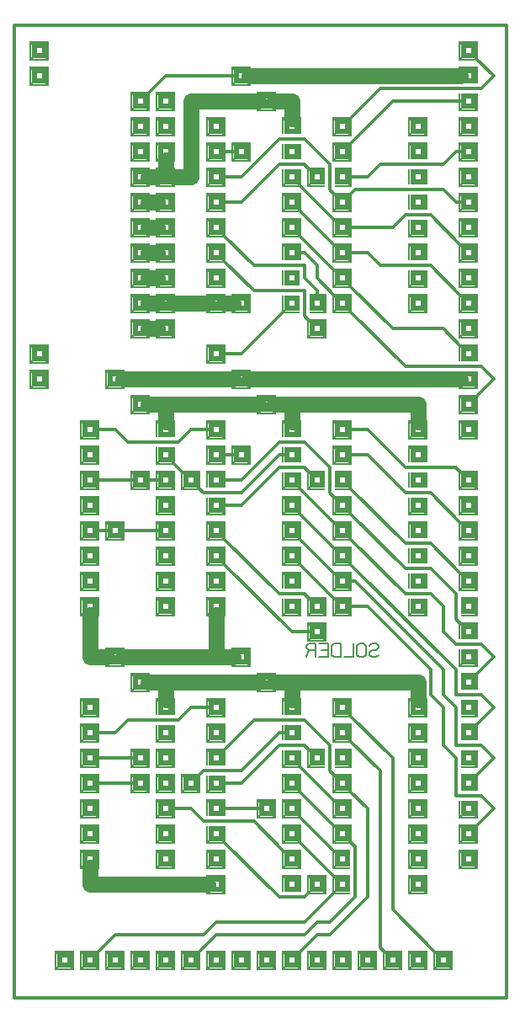
<source format=gbl>
%MOIN*%
%FSLAX23Y23*%
%ADD10C,.012*%
%ADD11C,.062*%
%ADD12C,.050X.024*%
%ADD13R,.062X.062X.024*%
%ADD14C,.016*%
%ADD15R,.008X.062*%
%ADD16R,.062X.008*%
%ADD17C,.008*%
%LPD*%
G90*X0Y0D02*D13*X200Y150D03*D14*X231Y181D03*      
Y119D03*X169Y181D03*Y119D03*D15*X235Y150D03*      
X165D03*D16*X200Y185D03*Y115D03*D13*X300Y150D03*  
D14*X331Y181D03*Y119D03*X269Y181D03*Y119D03*D15*  
X335Y150D03*X265D03*D16*X300Y185D03*Y115D03*      
X331Y181D02*D10*X400Y250D01*X750D01*X800Y300D01*  
X1150D01*X1269Y419D01*D13*X1300Y450D03*D14*       
X1269Y481D03*Y419D03*D15*X1265Y450D03*D16*        
X1300Y485D03*Y415D03*X1269Y481D02*D10*            
X1131Y619D01*D13*X1100Y650D03*D14*X1131Y681D03*   
Y619D03*X1069Y681D03*Y619D03*D15*X1135Y650D03*    
X1065D03*D16*X1100Y685D03*Y615D03*D13*            
X1000Y750D03*D14*X1031Y781D03*Y719D03*X969Y781D03*
Y719D03*D15*X1035Y750D03*X965D03*D16*X1000Y785D03*
Y715D03*X969Y750D02*D10*X831D01*D13*X800D03*D14*  
X831Y781D03*X769D03*D15*X835Y750D03*X765D03*D16*  
X800Y785D03*X750Y700D02*D10*X950D01*X1069Y581D01* 
D13*X1100Y550D03*D14*X1131Y581D03*Y519D03*        
X1069Y581D03*Y519D03*D15*X1135Y550D03*X1065D03*   
D16*X1100Y585D03*Y515D03*D13*X1200Y450D03*D14*    
X1231Y481D03*Y419D03*X1169Y481D03*Y419D03*D15*    
X1235Y450D03*X1165D03*D16*X1200Y485D03*Y415D03*   
X1169Y419D02*D10*X1150Y400D01*X1050D01*           
X831Y619D01*D13*X800Y650D03*D14*X831Y619D03*      
X769D03*D15*X835Y650D03*X765D03*D16*X800Y615D03*  
X750Y700D02*D10*X700Y750D01*X631D01*D13*X600D03*  
D14*X631Y781D03*Y719D03*X569Y781D03*Y719D03*D15*  
X635Y750D03*X565D03*D16*X600Y785D03*Y715D03*D13*  
X700Y850D03*D14*X731Y881D03*Y819D03*X669Y881D03*  
Y819D03*D15*X735Y850D03*X665D03*D16*X700Y885D03*  
Y815D03*X731Y881D02*D10*X750Y900D01*X900D01*      
X1050Y1050D01*X1069D01*D13*X1100D03*D15*X1135D03* 
X1065D03*X1150Y1000D02*D10*X1169Y981D01*D13*      
X1200Y950D03*D14*X1169Y981D03*Y919D03*D15*        
X1165Y950D03*D16*X1200Y985D03*Y915D03*            
X1250Y900D02*D10*X1269Y881D01*D13*X1300Y850D03*   
D14*X1331Y881D03*Y819D03*X1269Y881D03*Y819D03*D15*
X1335Y850D03*X1265D03*D16*X1300Y885D03*Y815D03*   
X1331Y819D02*D10*X1400Y750D01*Y400D01*            
X1250Y250D01*X1200D01*X1131Y181D01*D13*           
X1100Y150D03*D14*X1131Y181D03*Y119D03*            
X1069Y181D03*Y119D03*D15*X1135Y150D03*X1065D03*   
D16*X1100Y185D03*Y115D03*X1150Y250D02*D10*X800D01*
X731Y181D01*D13*X700Y150D03*D14*X731Y181D03*      
Y119D03*X669Y181D03*Y119D03*D15*X735Y150D03*      
X665D03*D16*X700Y185D03*Y115D03*D13*X800Y150D03*  
D14*X831Y181D03*Y119D03*X769Y181D03*Y119D03*D15*  
X835Y150D03*X765D03*D16*X800Y185D03*Y115D03*D13*  
X600Y150D03*D14*X631Y181D03*Y119D03*X569Y181D03*  
Y119D03*D15*X635Y150D03*X565D03*D16*X600Y185D03*  
Y115D03*D13*X900Y150D03*D14*X931Y181D03*Y119D03*  
X869Y181D03*Y119D03*D15*X935Y150D03*X865D03*D16*  
X900Y185D03*Y115D03*D13*X500Y150D03*D14*          
X531Y181D03*Y119D03*X469Y181D03*Y119D03*D15*      
X535Y150D03*X465D03*D16*X500Y185D03*Y115D03*D13*  
X800Y450D03*D14*X831Y481D03*Y419D03*X769Y481D03*  
Y419D03*D15*X835Y450D03*X765D03*D16*X800Y485D03*  
Y415D03*X769Y450D02*D11*X300D01*Y519D01*D13*      
Y550D03*D14*X331Y581D03*Y519D03*X269Y581D03*      
Y519D03*D15*X335Y550D03*X265D03*D16*X300Y585D03*  
Y515D03*D13*Y650D03*D14*X331Y681D03*Y619D03*      
X269Y681D03*Y619D03*D15*X335Y650D03*X265D03*D16*  
X300Y685D03*Y615D03*D13*Y750D03*D14*X331Y781D03*  
Y719D03*X269Y781D03*Y719D03*D15*X335Y750D03*      
X265D03*D16*X300Y785D03*Y715D03*D13*X600Y850D03*  
D14*X631Y881D03*Y819D03*X569Y881D03*Y819D03*D15*  
X635Y850D03*X565D03*D16*X600Y885D03*Y815D03*D13*  
X500Y850D03*D14*X531Y881D03*Y819D03*X469Y881D03*  
Y819D03*D15*X535Y850D03*X465D03*D16*X500Y885D03*  
Y815D03*X469Y850D02*D10*X331D01*D13*X300D03*D14*  
X331Y881D03*Y819D03*X269Y881D03*Y819D03*D15*      
X335Y850D03*X265D03*D16*X300Y885D03*Y815D03*D13*  
Y950D03*D14*X331Y981D03*Y919D03*X269Y981D03*      
Y919D03*D15*X335Y950D03*X265D03*D16*X300Y985D03*  
Y915D03*X331Y950D02*D10*X469D01*D13*X500D03*D14*  
X531Y981D03*Y919D03*X469Y981D03*Y919D03*D15*      
X535Y950D03*X465D03*D16*X500Y985D03*Y915D03*D13*  
X600Y1050D03*D14*X631Y1019D03*X569D03*D15*        
X635Y1050D03*X565D03*D16*X600Y1015D03*            
X400Y1050D02*D10*X331D01*D13*X300D03*D14*         
X331Y1081D03*Y1019D03*X269Y1081D03*Y1019D03*D15*  
X335Y1050D03*X265D03*D16*X300Y1085D03*Y1015D03*   
X400Y1050D02*D10*X450Y1100D01*X650D01*            
X700Y1150D01*X769D01*D13*X800D03*D14*X831Y1181D03*
Y1119D03*X769Y1181D03*Y1119D03*D15*X835Y1150D03*  
X765D03*D16*X800Y1185D03*Y1115D03*D13*Y1050D03*   
D14*X831Y1081D03*Y1019D03*X769Y1081D03*Y1019D03*  
D15*X835Y1050D03*X765D03*D16*X800Y1085D03*        
Y1015D03*X950Y1100D02*D10*X831Y981D01*D13*        
X800Y950D03*D14*X831Y981D03*X769D03*D15*          
X835Y950D03*X765D03*D16*X800Y985D03*X900Y850D02*  
D10*X831D01*D13*X800D03*D14*X831Y819D03*X769D03*  
D15*X835Y850D03*X765D03*D16*X800Y815D03*          
X900Y850D02*D10*X1050Y1000D01*X1150D01*D13*       
X1100Y950D03*D14*X1131Y919D03*X1069D03*D15*       
X1135Y950D03*X1065D03*D16*X1100Y915D03*           
X1131Y919D02*D10*X1269Y781D01*D13*X1300Y750D03*   
D14*X1331Y781D03*Y719D03*X1269Y781D03*Y719D03*D15*
X1335Y750D03*X1265D03*D16*X1300Y785D03*Y715D03*   
D13*Y650D03*D14*X1331Y681D03*Y619D03*X1269Y681D03*
Y619D03*D15*X1335Y650D03*X1265D03*D16*            
X1300Y685D03*Y615D03*X1331Y619D02*D10*            
X1350Y600D01*Y400D01*X1250Y300D01*X1200D01*       
X1150Y250D01*D13*X1200Y150D03*D14*X1231Y181D03*   
Y119D03*X1169Y181D03*Y119D03*D15*X1235Y150D03*    
X1165D03*D16*X1200Y185D03*Y115D03*D13*            
X1300Y150D03*D14*X1331Y181D03*Y119D03*            
X1269Y181D03*Y119D03*D15*X1335Y150D03*X1265D03*   
D16*X1300Y185D03*Y115D03*D13*X1000Y150D03*D14*    
X1031Y181D03*Y119D03*X969Y181D03*Y119D03*D15*     
X1035Y150D03*X965D03*D16*X1000Y185D03*Y115D03*D13*
X1100Y450D03*D14*X1131Y481D03*X1069D03*D15*       
X1135Y450D03*X1065D03*D16*X1100Y485D03*D13*       
X1400Y150D03*D14*X1431Y181D03*Y119D03*            
X1369Y181D03*Y119D03*D15*X1435Y150D03*X1365D03*   
D16*X1400Y185D03*Y115D03*D13*X1300Y550D03*D14*    
X1269Y581D03*Y519D03*D15*X1265Y550D03*D16*        
X1300Y585D03*Y515D03*X1269Y581D02*D10*            
X1131Y719D01*D13*X1100Y750D03*D14*X1131Y781D03*   
Y719D03*X1069Y781D03*Y719D03*D15*X1135Y750D03*    
X1065D03*D16*X1100Y785D03*Y715D03*D13*Y850D03*D14*
X1131Y881D03*Y819D03*X1069Y881D03*Y819D03*D15*    
X1135Y850D03*X1065D03*D16*X1100Y885D03*Y815D03*   
X1131Y819D02*D10*X1269Y681D01*X1450Y900D02*       
Y200D01*X1469Y181D01*D13*X1500Y150D03*D14*        
X1531Y181D03*Y119D03*X1469Y181D03*Y119D03*D15*    
X1535Y150D03*X1465D03*D16*X1500Y185D03*Y115D03*   
D13*X1600Y150D03*D14*X1631Y181D03*Y119D03*        
X1569Y181D03*Y119D03*D15*X1635Y150D03*X1565D03*   
D16*X1600Y185D03*Y115D03*D13*X1700Y150D03*D14*    
X1731Y181D03*Y119D03*X1669Y181D03*Y119D03*D15*    
X1735Y150D03*X1665D03*D16*X1700Y185D03*Y115D03*   
X1669Y181D02*D10*X1500Y350D01*Y950D01*            
X1331Y1119D01*D13*X1300Y1150D03*D14*X1331Y1181D03*
Y1119D03*X1269Y1181D03*Y1119D03*D15*X1335Y1150D03*
X1265D03*D16*X1300Y1185D03*Y1115D03*D13*Y1050D03* 
D14*X1331Y1081D03*Y1019D03*X1269Y1081D03*Y1019D03*
D15*X1335Y1050D03*X1265D03*D16*X1300Y1085D03*     
Y1015D03*X1331Y1019D02*D10*X1450Y900D01*D13*      
X1600Y750D03*D14*X1631Y781D03*Y719D03*            
X1569Y781D03*Y719D03*D15*X1635Y750D03*X1565D03*   
D16*X1600Y785D03*Y715D03*D13*Y1050D03*D14*        
X1631Y1081D03*Y1019D03*X1569Y1081D03*Y1019D03*D15*
X1635Y1050D03*X1565D03*D16*X1600Y1085D03*Y1015D03*
D13*Y850D03*D14*X1631Y881D03*Y819D03*X1569Y881D03*
Y819D03*D15*X1635Y850D03*X1565D03*D16*            
X1600Y885D03*Y815D03*D13*X1300Y950D03*D14*        
X1331Y981D03*Y919D03*D15*X1335Y950D03*D16*        
X1300Y985D03*Y915D03*D13*X1600Y950D03*D14*        
X1631Y981D03*Y919D03*X1569Y981D03*Y919D03*D15*    
X1635Y950D03*X1565D03*D16*X1600Y985D03*Y915D03*   
X1250Y1000D02*D10*Y900D01*Y1000D02*X1150Y1100D01* 
X950D01*X1100Y1250D02*D11*Y1181D01*D13*Y1150D03*  
D14*X1131Y1181D03*X1069D03*D15*X1135Y1150D03*     
X1065D03*D16*X1100Y1185D03*D13*X1000Y1250D03*D14* 
X1031Y1281D03*Y1219D03*X969Y1281D03*Y1219D03*D15* 
X1035Y1250D03*X965D03*D16*X1000Y1285D03*Y1215D03* 
X969Y1250D02*D11*X600D01*Y1181D01*D13*Y1150D03*   
D14*X631Y1181D03*X569D03*D15*X635Y1150D03*X565D03*
D16*X600Y1185D03*D13*X500Y1250D03*D14*            
X531Y1281D03*Y1219D03*X469Y1281D03*Y1219D03*D15*  
X535Y1250D03*X465D03*D16*X500Y1285D03*Y1215D03*   
X531Y1250D02*D11*X600D01*D13*X400Y1350D03*D14*    
X431Y1381D03*Y1319D03*X369Y1381D03*Y1319D03*D15*  
X435Y1350D03*X365D03*D16*X400Y1385D03*Y1315D03*   
X369Y1350D02*D11*X300D01*Y1519D01*D13*Y1550D03*   
D14*X331Y1581D03*Y1519D03*X269Y1581D03*Y1519D03*  
D15*X335Y1550D03*X265D03*D16*X300Y1585D03*        
Y1515D03*D13*Y1650D03*D14*X331Y1681D03*Y1619D03*  
X269Y1681D03*Y1619D03*D15*X335Y1650D03*X265D03*   
D16*X300Y1685D03*Y1615D03*D13*Y1750D03*D14*       
X331Y1781D03*Y1719D03*X269Y1781D03*Y1719D03*D15*  
X335Y1750D03*X265D03*D16*X300Y1785D03*Y1715D03*   
X431Y1350D02*D11*X800D01*X869D01*D13*X900D03*D14* 
X931Y1381D03*Y1319D03*X869Y1381D03*Y1319D03*D15*  
X935Y1350D03*X865D03*D16*X900Y1385D03*Y1315D03*   
X1031Y1250D02*D11*X1100D01*X1600D01*Y1181D01*D13* 
Y1150D03*D14*X1631Y1181D03*Y1119D03*X1569Y1181D03*
Y1119D03*D15*X1635Y1150D03*X1565D03*D16*          
X1600Y1185D03*Y1115D03*X1650Y1200D02*D10*         
X1700Y1150D01*Y1000D01*X1750Y950D01*Y800D01*      
X1850D01*X1900Y750D01*X1831Y681D01*D13*           
X1800Y650D03*D14*X1831Y681D03*Y619D03*            
X1769Y681D03*Y619D03*D15*X1835Y650D03*X1765D03*   
D16*X1800Y685D03*Y615D03*D13*Y750D03*D14*         
X1831Y719D03*X1769D03*D15*X1835Y750D03*X1765D03*  
D16*X1800Y715D03*D13*Y550D03*D14*X1831Y581D03*    
Y519D03*X1769Y581D03*Y519D03*D15*X1835Y550D03*    
X1765D03*D16*X1800Y585D03*Y515D03*D13*            
X1600Y450D03*D14*X1631Y481D03*Y419D03*            
X1569Y481D03*Y419D03*D15*X1635Y450D03*X1565D03*   
D16*X1600Y485D03*Y415D03*D13*X1800Y850D03*D14*    
X1831Y881D03*D15*X1835Y850D03*D16*X1800Y885D03*   
X1831Y881D02*D10*X1900Y950D01*X1850Y1000D01*      
X1750D01*Y1150D01*X1700Y1200D01*Y1300D01*         
X1350Y1650D01*X1331D01*D13*X1300D03*D14*          
X1331Y1681D03*Y1619D03*X1269Y1681D03*Y1619D03*D15*
X1335Y1650D03*X1265D03*D16*X1300Y1685D03*Y1615D03*
X1269Y1681D02*D10*X1131Y1819D01*D13*X1100Y1850D03*
D14*X1131Y1881D03*Y1819D03*X1069Y1881D03*Y1819D03*
D15*X1135Y1850D03*X1065D03*D16*X1100Y1885D03*     
Y1815D03*D13*Y1950D03*D14*X1131Y1981D03*Y1919D03* 
X1069Y1981D03*Y1919D03*D15*X1135Y1950D03*X1065D03*
D16*X1100Y1985D03*Y1915D03*X1131Y1919D02*D10*     
X1269Y1781D01*D13*X1300Y1750D03*D14*X1331Y1781D03*
Y1719D03*X1269Y1781D03*Y1719D03*D15*X1335Y1750D03*
X1265D03*D16*X1300Y1785D03*Y1715D03*X1331Y1719D02*
D10*X1750Y1300D01*Y1200D01*X1850D01*X1900Y1150D01*
X1831Y1081D01*D13*X1800Y1050D03*D14*X1831Y1081D03*
D15*X1835Y1050D03*D16*X1800Y1085D03*D13*Y1150D03* 
D14*X1831Y1119D03*D15*X1835Y1150D03*D16*          
X1800Y1115D03*D13*Y950D03*D14*X1831Y919D03*D15*   
X1835Y950D03*D16*X1800Y915D03*X1650Y1200D02*D10*  
Y1300D01*X1400Y1550D01*X1331D01*D13*X1300D03*D14* 
X1331Y1581D03*Y1519D03*X1269Y1581D03*Y1519D03*D15*
X1335Y1550D03*X1265D03*D16*X1300Y1585D03*Y1515D03*
X1269Y1581D02*D10*X1131Y1719D01*D13*X1100Y1750D03*
D14*X1131Y1781D03*Y1719D03*X1069Y1781D03*Y1719D03*
D15*X1135Y1750D03*X1065D03*D16*X1100Y1785D03*     
Y1715D03*D13*Y1650D03*D14*X1131Y1681D03*X1069D03* 
D15*X1135Y1650D03*X1065D03*D16*X1100Y1685D03*     
X1050Y1600D02*D10*X1150D01*X1169Y1581D01*D13*     
X1200Y1550D03*D14*X1231Y1581D03*Y1519D03*         
X1169Y1581D03*Y1519D03*D15*X1235Y1550D03*X1165D03*
D16*X1200Y1585D03*Y1515D03*X1100Y1450D02*D10*     
X1169D01*D13*X1200D03*D14*X1231Y1481D03*Y1419D03* 
X1169Y1481D03*Y1419D03*D15*X1235Y1450D03*X1165D03*
D16*X1200Y1485D03*Y1415D03*D13*X1100Y1550D03*D14* 
X1131Y1519D03*X1069D03*D15*X1135Y1550D03*X1065D03*
D16*X1100Y1515D03*X1409Y1395D02*D17*X1418Y1404D01*
X1436D01*X1445Y1395D01*Y1386D01*X1436Y1377D01*    
X1418D01*X1409Y1368D01*Y1359D01*X1418Y1350D01*    
X1436D01*X1445Y1359D01*X1359D02*X1368Y1350D01*    
X1386D01*X1395Y1359D01*Y1395D01*X1386Y1404D01*    
X1368D01*X1359Y1395D01*Y1359D01*X1345Y1404D02*    
Y1350D01*X1309D01*X1295D02*Y1404D01*X1268D01*     
X1259Y1395D01*Y1359D01*X1268Y1350D01*X1295D01*    
X1209D02*X1245D01*Y1404D01*X1209D01*X1245Y1377D02*
X1218D01*X1195Y1350D02*Y1404D01*X1168D01*         
X1159Y1395D01*Y1386D01*X1168Y1377D01*X1195D01*    
X1168D02*X1159Y1350D01*X1100Y1450D02*D10*         
X831Y1719D01*D13*X800Y1750D03*D14*X831Y1781D03*   
Y1719D03*X769Y1781D03*Y1719D03*D15*X835Y1750D03*  
X765D03*D16*X800Y1785D03*Y1715D03*D13*Y1850D03*   
D14*X831Y1881D03*Y1819D03*X769Y1881D03*Y1819D03*  
D15*X835Y1850D03*X765D03*D16*X800Y1885D03*        
Y1815D03*X831Y1819D02*D10*X1050Y1600D01*D13*      
X1300Y1850D03*D14*X1331Y1881D03*Y1819D03*         
X1269Y1881D03*Y1819D03*D15*X1335Y1850D03*X1265D03*
D16*X1300Y1885D03*Y1815D03*X1331Y1819D02*D10*     
X1550Y1600D01*X1650D01*X1700Y1550D01*Y1450D01*    
X1750Y1400D01*X1850D01*X1900Y1350D01*             
X1831Y1281D01*D13*X1800Y1250D03*D14*X1831Y1281D03*
D15*X1835Y1250D03*D16*X1800Y1285D03*D13*Y1350D03* 
D14*X1831Y1319D03*X1769D03*D15*X1835Y1350D03*     
X1765D03*D16*X1800Y1315D03*D13*Y1450D03*D14*      
X1831Y1481D03*X1769D03*D15*X1835Y1450D03*X1765D03*
D16*X1800Y1485D03*X1769Y1481D02*D10*X1750Y1500D01*
Y1600D01*X1650Y1700D01*X1550D01*X1331Y1919D01*D13*
X1300Y1950D03*D14*X1331Y1981D03*Y1919D03*         
X1269Y1981D03*Y1919D03*D15*X1335Y1950D03*X1265D03*
D16*X1300Y1985D03*Y1915D03*X1269Y1981D02*D10*     
X1250Y2000D01*Y2100D01*X1150Y2200D01*X1050D01*    
X900Y2050D01*X831D01*D13*X800D03*D14*X831Y2081D03*
X769D03*D15*X835Y2050D03*X765D03*D16*X800Y2085D03*
X750Y2000D02*D10*X900D01*X1050Y2150D01*X1069D01*  
D13*X1100D03*D15*X1135D03*X1065D03*X1150Y2100D02* 
D10*X1169Y2081D01*D13*X1200Y2050D03*D14*          
X1169Y2081D03*Y2019D03*D15*X1165Y2050D03*D16*     
X1200Y2085D03*Y2015D03*X1150Y2100D02*D10*X1050D01*
X900Y1950D01*X831D01*D13*X800D03*D14*X831Y1919D03*
X769D03*D15*X835Y1950D03*X765D03*D16*X800Y1915D03*
X750Y2000D02*D10*X731Y2019D01*D13*X700Y2050D03*   
D14*X731Y2081D03*Y2019D03*X669Y2081D03*Y2019D03*  
D15*X735Y2050D03*X665D03*D16*X700Y2085D03*        
Y2015D03*X669Y2081D02*D10*X631Y2119D01*D13*       
X600Y2150D03*D14*X631Y2119D03*X569D03*D15*        
X635Y2150D03*X565D03*D16*X600Y2115D03*            
X650Y2200D02*D10*X450D01*X400Y2250D01*X331D01*D13*
X300D03*D14*X331Y2281D03*Y2219D03*X269Y2281D03*   
Y2219D03*D15*X335Y2250D03*X265D03*D16*            
X300Y2285D03*Y2215D03*D13*Y2150D03*D14*           
X331Y2181D03*Y2119D03*X269Y2181D03*Y2119D03*D15*  
X335Y2150D03*X265D03*D16*X300Y2185D03*Y2115D03*   
D13*X500Y2050D03*D14*X531Y2081D03*Y2019D03*       
X469Y2081D03*Y2019D03*D15*X535Y2050D03*X465D03*   
D16*X500Y2085D03*Y2015D03*X469Y2050D02*D10*       
X331D01*D13*X300D03*D14*X331Y2081D03*Y2019D03*    
X269Y2081D03*Y2019D03*D15*X335Y2050D03*X265D03*   
D16*X300Y2085D03*Y2015D03*D13*Y1950D03*D14*       
X331Y1981D03*Y1919D03*X269Y1981D03*Y1919D03*D15*  
X335Y1950D03*X265D03*D16*X300Y1985D03*Y1915D03*   
X531Y2050D02*D10*X569D01*D13*X600D03*D14*         
X631Y2081D03*Y2019D03*X569Y2081D03*Y2019D03*D15*  
X635Y2050D03*X565D03*D16*X600Y2085D03*Y2015D03*   
D13*Y1950D03*D14*X631Y1981D03*Y1919D03*           
X569Y1981D03*Y1919D03*D15*X635Y1950D03*X565D03*   
D16*X600Y1985D03*Y1915D03*X650Y2200D02*D10*       
X700Y2250D01*X769D01*D13*X800D03*D14*X831Y2281D03*
Y2219D03*X769Y2281D03*Y2219D03*D15*X835Y2250D03*  
X765D03*D16*X800Y2285D03*Y2215D03*D13*            
X900Y2150D03*D14*X931Y2181D03*Y2119D03*           
X869Y2181D03*Y2119D03*D15*X935Y2150D03*X865D03*   
D16*X900Y2185D03*Y2115D03*X869Y2150D02*D10*       
X831D01*D13*X800D03*D14*X831Y2181D03*Y2119D03*    
X769Y2181D03*Y2119D03*D15*X835Y2150D03*X765D03*   
D16*X800Y2185D03*Y2115D03*D13*X1000Y2350D03*D14*  
X1031Y2381D03*Y2319D03*X969Y2381D03*Y2319D03*D15* 
X1035Y2350D03*X965D03*D16*X1000Y2385D03*Y2315D03* 
X969Y2350D02*D11*X600D01*Y2281D01*D13*Y2250D03*   
D14*X631Y2281D03*X569D03*D15*X635Y2250D03*X565D03*
D16*X600Y2285D03*D13*X500Y2350D03*D14*            
X531Y2381D03*Y2319D03*X469Y2381D03*Y2319D03*D15*  
X535Y2350D03*X465D03*D16*X500Y2385D03*Y2315D03*   
X531Y2350D02*D11*X600D01*D13*X800Y2550D03*D14*    
X831Y2581D03*Y2519D03*X769Y2581D03*Y2519D03*D15*  
X835Y2550D03*X765D03*D16*X800Y2585D03*Y2515D03*   
X831Y2550D02*D10*X900D01*X1069Y2719D01*D13*       
X1100Y2750D03*D14*X1069Y2719D03*D15*X1065Y2750D03*
D16*X1100Y2715D03*X1150Y2700D02*D10*X1169Y2681D01*
D13*X1200Y2650D03*D14*X1231Y2681D03*Y2619D03*     
X1169Y2681D03*Y2619D03*D15*X1235Y2650D03*X1165D03*
D16*X1200Y2685D03*Y2615D03*X1150Y2700D02*D10*     
Y2800D01*X950D01*X831Y2919D01*D13*X800Y2950D03*   
D14*X831Y2981D03*Y2919D03*X769Y2981D03*Y2919D03*  
D15*X835Y2950D03*X765D03*D16*X800Y2985D03*        
Y2915D03*D13*Y3050D03*D14*X831Y3081D03*Y3019D03*  
X769Y3081D03*Y3019D03*D15*X835Y3050D03*X765D03*   
D16*X800Y3085D03*Y3015D03*X831Y3019D02*D10*       
X950Y2900D01*X1150D01*Y2850D01*X1200Y2800D01*     
Y2781D01*D13*Y2750D03*D14*X1231Y2781D03*Y2719D03* 
D15*X1235Y2750D03*D16*X1200Y2785D03*Y2715D03*D13* 
X1300Y2850D03*D14*X1331Y2881D03*Y2819D03*         
X1269Y2881D03*Y2819D03*D15*X1335Y2850D03*X1265D03*
D16*X1300Y2885D03*Y2815D03*X1331Y2819D02*D10*     
X1500Y2650D01*X1700D01*X1769Y2581D01*D13*         
X1800Y2550D03*D14*X1831Y2581D03*X1769D03*D15*     
X1835Y2550D03*X1765D03*D16*X1800Y2585D03*         
X1850Y2500D02*D10*X1900Y2450D01*X1831Y2381D01*D13*
X1800Y2350D03*D14*X1831Y2381D03*Y2319D03*         
X1769Y2381D03*Y2319D03*D15*X1835Y2350D03*X1765D03*
D16*X1800Y2385D03*Y2315D03*D13*Y2450D03*D14*      
X1831Y2419D03*X1769D03*D15*X1835Y2450D03*X1765D03*
D16*X1800Y2415D03*X1769Y2450D02*D11*X931D01*D13*  
X900D03*D14*X931Y2481D03*Y2419D03*X869Y2481D03*   
Y2419D03*D15*X935Y2450D03*X865D03*D16*            
X900Y2485D03*Y2415D03*X869Y2450D02*D11*X431D01*   
D13*X400D03*D14*X431Y2481D03*Y2419D03*            
X369Y2481D03*Y2419D03*D15*X435Y2450D03*X365D03*   
D16*X400Y2485D03*Y2415D03*D13*X600Y2650D03*D14*   
X631Y2681D03*Y2619D03*X569Y2681D03*Y2619D03*D15*  
X635Y2650D03*X565D03*D16*X600Y2685D03*Y2615D03*   
X569Y2650D02*D11*X531D01*D13*X500D03*D14*         
X531Y2681D03*Y2619D03*X469Y2681D03*Y2619D03*D15*  
X535Y2650D03*X465D03*D16*X500Y2685D03*Y2615D03*   
D13*X600Y2750D03*D14*X631Y2781D03*Y2719D03*       
X569Y2781D03*Y2719D03*D15*X635Y2750D03*X565D03*   
D16*X600Y2785D03*Y2715D03*X569Y2750D02*D11*       
X531D01*D13*X500D03*D14*X531Y2781D03*Y2719D03*    
X469Y2781D03*Y2719D03*D15*X535Y2750D03*X465D03*   
D16*X500Y2785D03*Y2715D03*D13*X600Y2850D03*D14*   
X631Y2881D03*Y2819D03*X569Y2881D03*Y2819D03*D15*  
X635Y2850D03*X565D03*D16*X600Y2885D03*Y2815D03*   
X569Y2850D02*D11*X531D01*D13*X500D03*D14*         
X531Y2881D03*Y2819D03*X469Y2881D03*Y2819D03*D15*  
X535Y2850D03*X465D03*D16*X500Y2885D03*Y2815D03*   
X631Y2750D02*D11*X769D01*D13*X800D03*D14*         
X831Y2781D03*Y2719D03*X769Y2781D03*Y2719D03*D15*  
X835Y2750D03*X765D03*D16*X800Y2785D03*Y2715D03*   
X831Y2750D02*D11*X869D01*D13*X900D03*D14*         
X931Y2781D03*Y2719D03*X869Y2781D03*Y2719D03*D15*  
X935Y2750D03*X865D03*D16*X900Y2785D03*Y2715D03*   
D13*X800Y2850D03*D14*X831Y2881D03*Y2819D03*       
X769Y2881D03*Y2819D03*D15*X835Y2850D03*X765D03*   
D16*X800Y2885D03*Y2815D03*D13*X1100Y2950D03*D14*  
X1131Y2981D03*X1069D03*D15*X1135Y2950D03*X1065D03*
D16*X1100Y2985D03*X1131Y2950D02*D10*X1150D01*     
X1200Y2900D01*Y2850D01*X1269Y2781D01*D13*         
X1300Y2750D03*D14*X1331Y2781D03*Y2719D03*         
X1269Y2781D03*Y2719D03*D15*X1335Y2750D03*X1265D03*
D16*X1300Y2785D03*Y2715D03*X1331Y2719D02*D10*     
X1550Y2500D01*X1850D01*D13*X1800Y2650D03*D14*     
X1831Y2681D03*Y2619D03*X1769Y2681D03*Y2619D03*D15*
X1835Y2650D03*X1765D03*D16*X1800Y2685D03*Y2615D03*
D13*X1600Y2750D03*D14*X1631Y2781D03*Y2719D03*     
X1569Y2781D03*Y2719D03*D15*X1635Y2750D03*X1565D03*
D16*X1600Y2785D03*Y2715D03*D13*Y2250D03*D14*      
X1631Y2281D03*Y2219D03*X1569Y2281D03*Y2219D03*D15*
X1635Y2250D03*X1565D03*D16*X1600Y2285D03*Y2215D03*
Y2281D02*D11*Y2350D01*X1100D01*Y2281D01*D13*      
Y2250D03*D14*X1131Y2281D03*X1069D03*D15*          
X1135Y2250D03*X1065D03*D16*X1100Y2285D03*         
X1031Y2350D02*D11*X1100D01*D13*X1300Y2150D03*D14* 
X1331Y2181D03*Y2119D03*X1269Y2181D03*Y2119D03*D15*
X1335Y2150D03*X1265D03*D16*X1300Y2185D03*Y2115D03*
X1331Y2150D02*D10*X1400D01*X1550Y2000D01*X1650D01*
X1769Y1881D01*D13*X1800Y1850D03*D14*X1831Y1881D03*
Y1819D03*X1769Y1881D03*Y1819D03*D15*X1835Y1850D03*
X1765D03*D16*X1800Y1885D03*Y1815D03*D13*Y1950D03* 
D14*X1831Y1981D03*Y1919D03*X1769Y1981D03*Y1919D03*
D15*X1835Y1950D03*X1765D03*D16*X1800Y1985D03*     
Y1915D03*D13*Y1750D03*D14*X1831Y1781D03*Y1719D03* 
X1769Y1781D03*Y1719D03*D15*X1835Y1750D03*X1765D03*
D16*X1800Y1785D03*Y1715D03*X1650Y1800D02*D10*     
X1769Y1681D01*D13*X1800Y1650D03*D14*X1831Y1681D03*
Y1619D03*X1769Y1681D03*Y1619D03*D15*X1835Y1650D03*
X1765D03*D16*X1800Y1685D03*Y1615D03*D13*Y1550D03* 
D14*X1831Y1581D03*Y1519D03*D15*X1835Y1550D03*D16* 
X1800Y1585D03*Y1515D03*X1650Y1800D02*D10*X1550D01*
X1331Y2019D01*D13*X1300Y2050D03*D14*X1331Y2081D03*
Y2019D03*D15*X1335Y2050D03*D16*X1300Y2085D03*     
Y2015D03*X1400Y2250D02*D10*X1550Y2100D01*X1750D01*
X1769Y2081D01*D13*X1800Y2050D03*D14*X1831Y2081D03*
Y2019D03*X1769Y2081D03*Y2019D03*D15*X1835Y2050D03*
X1765D03*D16*X1800Y2085D03*Y2015D03*D13*          
X1600Y1850D03*D14*X1631Y1881D03*X1569D03*D15*     
X1635Y1850D03*X1565D03*D16*X1600Y1885D03*D13*     
Y2150D03*D14*X1631Y2181D03*X1569D03*D15*          
X1635Y2150D03*X1565D03*D16*X1600Y2185D03*D13*     
X1800Y2250D03*D14*X1831Y2281D03*Y2219D03*         
X1769Y2281D03*Y2219D03*D15*X1835Y2250D03*X1765D03*
D16*X1800Y2285D03*Y2215D03*D13*X1600Y2050D03*D15* 
X1635D03*X1565D03*D13*X1600Y1950D03*D14*          
X1631Y1919D03*X1569D03*D15*X1635Y1950D03*X1565D03*
D16*X1600Y1915D03*D13*Y1750D03*D15*X1635D03*      
X1565D03*X1400Y2250D02*D10*X1331D01*D13*X1300D03* 
D14*X1331Y2281D03*Y2219D03*X1269Y2281D03*Y2219D03*
D15*X1335Y2250D03*X1265D03*D16*X1300Y2285D03*     
Y2215D03*D13*X1100Y2050D03*D14*X1131Y2019D03*     
X1069D03*D15*X1135Y2050D03*X1065D03*D16*          
X1100Y2015D03*X1131Y2019D02*D10*X1269Y1881D01*D13*
X1600Y1550D03*D14*X1631Y1519D03*X1569D03*D15*     
X1635Y1550D03*X1565D03*D16*X1600Y1515D03*D13*     
Y1650D03*D15*X1635D03*X1565D03*X800Y1350D02*D11*  
Y1519D01*D13*Y1550D03*D14*X831Y1581D03*Y1519D03*  
X769Y1581D03*Y1519D03*D15*X835Y1550D03*X765D03*   
D16*X800Y1585D03*Y1515D03*D13*Y1650D03*D14*       
X831Y1681D03*Y1619D03*X769Y1681D03*Y1619D03*D15*  
X835Y1650D03*X765D03*D16*X800Y1685D03*Y1615D03*   
D13*X600Y1750D03*D14*X631Y1781D03*Y1719D03*       
X569Y1781D03*Y1719D03*D15*X635Y1750D03*X565D03*   
D16*X600Y1785D03*Y1715D03*D13*Y1650D03*D14*       
X631Y1681D03*Y1619D03*X569Y1681D03*Y1619D03*D15*  
X635Y1650D03*X565D03*D16*X600Y1685D03*Y1615D03*   
D13*Y1550D03*D14*X631Y1581D03*Y1519D03*           
X569Y1581D03*Y1519D03*D15*X635Y1550D03*X565D03*   
D16*X600Y1585D03*Y1515D03*D13*Y1850D03*D14*       
X631Y1881D03*Y1819D03*X569Y1881D03*Y1819D03*D15*  
X635Y1850D03*X565D03*D16*X600Y1885D03*Y1815D03*   
X569Y1850D02*D10*X431D01*D13*X400D03*D14*         
X431Y1881D03*Y1819D03*X369Y1881D03*Y1819D03*D15*  
X435Y1850D03*X365D03*D16*X400Y1885D03*Y1815D03*   
X369Y1850D02*D10*X331D01*D13*X300D03*D14*         
X331Y1881D03*Y1819D03*X269Y1881D03*Y1819D03*D15*  
X335Y1850D03*X265D03*D16*X300Y1885D03*Y1815D03*   
D13*X100Y2450D03*D14*X131Y2481D03*Y2419D03*       
X69Y2481D03*Y2419D03*D15*X135Y2450D03*X65D03*D16* 
X100Y2485D03*Y2415D03*D13*X300Y1150D03*D14*       
X331Y1181D03*Y1119D03*X269Y1181D03*Y1119D03*D15*  
X335Y1150D03*X265D03*D16*X300Y1185D03*Y1115D03*   
D13*X100Y2550D03*D14*X131Y2581D03*Y2519D03*       
X69Y2581D03*Y2519D03*D15*X135Y2550D03*X65D03*D16* 
X100Y2585D03*Y2515D03*X1409Y1395D02*D17*          
X1418Y1404D01*X1436D01*X1445Y1395D01*Y1386D01*    
X1436Y1377D01*X1418D01*X1409Y1368D01*Y1359D01*    
X1418Y1350D01*X1436D01*X1445Y1359D01*X1359D02*    
X1368Y1350D01*X1386D01*X1395Y1359D01*Y1395D01*    
X1386Y1404D01*X1368D01*X1359Y1395D01*Y1359D01*    
X1345Y1404D02*Y1350D01*X1309D01*X1295D02*Y1404D01*
X1268D01*X1259Y1395D01*Y1359D01*X1268Y1350D01*    
X1295D01*X1209D02*X1245D01*Y1404D01*X1209D01*     
X1245Y1377D02*X1218D01*X1195Y1350D02*Y1404D01*    
X1168D01*X1159Y1395D01*Y1386D01*X1168Y1377D01*    
X1195D01*X1168D02*X1159Y1350D01*D13*X600Y950D03*  
D14*X631Y981D03*Y919D03*X569Y981D03*Y919D03*D15*  
X635Y950D03*X565D03*D16*X600Y985D03*Y915D03*      
X1269Y2881D02*D10*X1131Y3019D01*D13*X1100Y3050D03*
D14*X1131Y3081D03*Y3019D03*X1069Y3081D03*Y3019D03*
D15*X1135Y3050D03*X1065D03*D16*X1100Y3085D03*     
Y3015D03*D13*Y3150D03*D14*X1131Y3181D03*Y3119D03* 
X1069Y3181D03*Y3119D03*D15*X1135Y3150D03*X1065D03*
D16*X1100Y3185D03*Y3115D03*X1131Y3119D02*D10*     
X1269Y2981D01*D13*X1300Y2950D03*D14*X1331Y2981D03*
Y2919D03*X1269Y2981D03*Y2919D03*D15*X1335Y2950D03*
X1265D03*D16*X1300Y2985D03*Y2915D03*X1331Y2950D02*
D10*X1400D01*X1450Y2900D01*X1650D01*X1769Y2781D01*
D13*X1800Y2750D03*D14*X1831Y2781D03*Y2719D03*     
X1769Y2781D03*Y2719D03*D15*X1835Y2750D03*X1765D03*
D16*X1800Y2785D03*Y2715D03*D13*Y2850D03*D14*      
X1831Y2881D03*Y2819D03*X1769Y2881D03*Y2819D03*D15*
X1835Y2850D03*X1765D03*D16*X1800Y2885D03*Y2815D03*
D13*X1600Y2950D03*D14*X1631Y2981D03*X1569D03*D15* 
X1635Y2950D03*X1565D03*D16*X1600Y2985D03*D13*     
Y2850D03*D14*X1631Y2819D03*X1569D03*D15*          
X1635Y2850D03*X1565D03*D16*X1600Y2815D03*D13*     
X1800Y2950D03*D14*X1831Y2981D03*Y2919D03*         
X1769Y2981D03*Y2919D03*D15*X1835Y2950D03*X1765D03*
D16*X1800Y2985D03*Y2915D03*X1769Y2981D02*D10*     
X1650Y3100D01*X1550D01*X1500Y3050D01*X1331D01*D13*
X1300D03*D14*X1331Y3081D03*Y3019D03*X1269Y3081D03*
Y3019D03*D15*X1335Y3050D03*X1265D03*D16*          
X1300Y3085D03*Y3015D03*X1269Y3081D02*D10*         
X1131Y3219D01*D13*X1100Y3250D03*D14*X1131Y3219D03*
X1069D03*D15*X1135Y3250D03*X1065D03*D16*          
X1100Y3215D03*X1150Y3300D02*D10*X1169Y3281D01*D13*
X1200Y3250D03*D14*X1169Y3281D03*Y3219D03*D15*     
X1165Y3250D03*D16*X1200Y3285D03*Y3215D03*         
X1250Y3200D02*D10*X1269Y3181D01*D13*X1300Y3150D03*
D14*X1331Y3181D03*Y3119D03*X1269Y3181D03*Y3119D03*
D15*X1335Y3150D03*X1265D03*D16*X1300Y3185D03*     
Y3115D03*X1331Y3181D02*D10*X1350Y3200D01*X1700D01*
X1750Y3150D01*X1769D01*D13*X1800D03*D14*          
X1831Y3181D03*Y3119D03*X1769Y3181D03*Y3119D03*D15*
X1835Y3150D03*X1765D03*D16*X1800Y3185D03*Y3115D03*
D13*Y3250D03*D14*X1831Y3281D03*Y3219D03*          
X1769Y3281D03*Y3219D03*D15*X1835Y3250D03*X1765D03*
D16*X1800Y3285D03*Y3215D03*D13*Y3050D03*D14*      
X1831Y3081D03*Y3019D03*X1769Y3081D03*Y3019D03*D15*
X1835Y3050D03*X1765D03*D16*X1800Y3085D03*Y3015D03*
X1700Y3300D02*D10*X1450D01*X1400Y3250D01*X1331D01*
D13*X1300D03*D14*X1331Y3281D03*Y3219D03*D15*      
X1335Y3250D03*D16*X1300Y3285D03*Y3215D03*         
X1250Y3300D02*D10*Y3200D01*X1150Y3300D02*X1050D01*
X900Y3150D01*X831D01*D13*X800D03*D14*X831Y3181D03*
Y3119D03*X769Y3181D03*Y3119D03*D15*X835Y3150D03*  
X765D03*D16*X800Y3185D03*Y3115D03*X900Y3250D02*   
D10*X831D01*D13*X800D03*D14*X831Y3281D03*Y3219D03*
X769Y3281D03*Y3219D03*D15*X835Y3250D03*X765D03*   
D16*X800Y3285D03*Y3215D03*D13*X900Y3350D03*D14*   
X931Y3381D03*Y3319D03*X869Y3381D03*Y3319D03*D15*  
X935Y3350D03*X865D03*D16*X900Y3385D03*Y3315D03*   
X869Y3350D02*D10*X831D01*D13*X800D03*D14*         
X831Y3381D03*Y3319D03*X769Y3381D03*Y3319D03*D15*  
X835Y3350D03*X765D03*D16*X800Y3385D03*Y3315D03*   
X900Y3250D02*D10*X1050Y3400D01*X1150D01*          
X1250Y3300D01*D13*X1300Y3350D03*D14*X1331Y3381D03*
Y3319D03*X1269Y3381D03*Y3319D03*D15*X1335Y3350D03*
X1265D03*D16*X1300Y3385D03*Y3315D03*X1331Y3381D02*
D10*X1500Y3550D01*X1769D01*D13*X1800D03*D14*      
X1831Y3519D03*X1769D03*D15*X1835Y3550D03*X1765D03*
D16*X1800Y3515D03*X1850Y3600D02*D10*X1450D01*     
X1331Y3481D01*D13*X1300Y3450D03*D14*X1331Y3481D03*
Y3419D03*X1269Y3481D03*Y3419D03*D15*X1335Y3450D03*
X1265D03*D16*X1300Y3485D03*Y3415D03*X1100Y3550D02*
D11*Y3481D01*D13*Y3450D03*D14*X1131Y3481D03*      
X1069D03*D15*X1135Y3450D03*X1065D03*D16*          
X1100Y3485D03*D13*X1000Y3550D03*D14*X1031Y3581D03*
Y3519D03*X969Y3581D03*Y3519D03*D15*X1035Y3550D03* 
X965D03*D16*X1000Y3585D03*Y3515D03*X969Y3550D02*  
D11*X700D01*Y3250D01*X631D01*D13*X600D03*D14*     
X631Y3281D03*Y3219D03*X569Y3281D03*Y3219D03*D15*  
X635Y3250D03*X565D03*D16*X600Y3285D03*Y3215D03*   
X569Y3250D02*D11*X531D01*D13*X500D03*D14*         
X531Y3281D03*Y3219D03*X469Y3281D03*Y3219D03*D15*  
X535Y3250D03*X465D03*D16*X500Y3285D03*Y3215D03*   
D13*X600Y3150D03*D14*X631Y3181D03*Y3119D03*       
X569Y3181D03*Y3119D03*D15*X635Y3150D03*X565D03*   
D16*X600Y3185D03*Y3115D03*X569Y3150D02*D11*       
X531D01*D13*X500D03*D14*X531Y3181D03*Y3119D03*    
X469Y3181D03*Y3119D03*D15*X535Y3150D03*X465D03*   
D16*X500Y3185D03*Y3115D03*D13*X600Y3050D03*D14*   
X631Y3081D03*Y3019D03*X569Y3081D03*Y3019D03*D15*  
X635Y3050D03*X565D03*D16*X600Y3085D03*Y3015D03*   
X569Y3050D02*D11*X531D01*D13*X500D03*D14*         
X531Y3081D03*Y3019D03*X469Y3081D03*Y3019D03*D15*  
X535Y3050D03*X465D03*D16*X500Y3085D03*Y3015D03*   
D13*X600Y2950D03*D14*X631Y2981D03*Y2919D03*       
X569Y2981D03*Y2919D03*D15*X635Y2950D03*X565D03*   
D16*X600Y2985D03*Y2915D03*X569Y2950D02*D11*       
X531D01*D13*X500D03*D14*X531Y2981D03*Y2919D03*    
X469Y2981D03*Y2919D03*D15*X535Y2950D03*X465D03*   
D16*X500Y2985D03*Y2915D03*X600Y3281D02*D11*       
Y3319D01*D13*Y3350D03*D14*X631Y3381D03*Y3319D03*  
X569Y3381D03*Y3319D03*D15*X635Y3350D03*X565D03*   
D16*X600Y3385D03*Y3315D03*D13*X500Y3450D03*D14*   
X531Y3481D03*Y3419D03*X469Y3481D03*Y3419D03*D15*  
X535Y3450D03*X465D03*D16*X500Y3485D03*Y3415D03*   
D13*X600Y3450D03*D14*X631Y3481D03*Y3419D03*       
X569Y3481D03*Y3419D03*D15*X635Y3450D03*X565D03*   
D16*X600Y3485D03*Y3415D03*D13*X500Y3350D03*D14*   
X531Y3381D03*Y3319D03*X469Y3381D03*Y3319D03*D15*  
X535Y3350D03*X465D03*D16*X500Y3385D03*Y3315D03*   
D13*X600Y3550D03*D14*X631Y3581D03*Y3519D03*       
X569Y3581D03*Y3519D03*D15*X635Y3550D03*X565D03*   
D16*X600Y3585D03*Y3515D03*D13*X800Y3450D03*D14*   
X831Y3481D03*Y3419D03*X769Y3481D03*Y3419D03*D15*  
X835Y3450D03*X765D03*D16*X800Y3485D03*Y3415D03*   
D13*X500Y3550D03*D14*X531Y3581D03*Y3519D03*       
X469Y3581D03*Y3519D03*D15*X535Y3550D03*X465D03*   
D16*X500Y3585D03*Y3515D03*X531Y3581D02*D10*       
X600Y3650D01*X869D01*D13*X900D03*D14*X931Y3681D03*
Y3619D03*X869Y3681D03*Y3619D03*D15*X935Y3650D03*  
X865D03*D16*X900Y3685D03*Y3615D03*X931Y3650D02*   
D11*X1769D01*D13*X1800D03*D14*X1831Y3681D03*      
X1769D03*D15*X1835Y3650D03*X1765D03*D16*          
X1800Y3685D03*X1850Y3600D02*D10*X1900Y3650D01*    
X1831Y3719D01*D13*X1800Y3750D03*D14*X1831Y3781D03*
Y3719D03*X1769Y3781D03*Y3719D03*D15*X1835Y3750D03*
X1765D03*D16*X1800Y3785D03*Y3715D03*X1950Y3850D02*
D10*Y0D01*X0D01*Y3850D01*X1950D01*D13*            
X1600Y3450D03*D14*X1631Y3481D03*Y3419D03*         
X1569Y3481D03*Y3419D03*D15*X1635Y3450D03*X1565D03*
D16*X1600Y3485D03*Y3415D03*D13*X1800Y3450D03*D14* 
X1831Y3481D03*Y3419D03*X1769Y3481D03*Y3419D03*D15*
X1835Y3450D03*X1765D03*D16*X1800Y3485D03*Y3415D03*
D13*X1600Y3350D03*D14*X1631Y3381D03*X1569D03*D15* 
X1635Y3350D03*X1565D03*D16*X1600Y3385D03*         
X1750Y3350D02*D10*X1700Y3300D01*X1750Y3350D02*    
X1769D01*D13*X1800D03*D14*X1831Y3381D03*Y3319D03* 
X1769Y3381D03*Y3319D03*D15*X1835Y3350D03*X1765D03*
D16*X1800Y3385D03*Y3315D03*D13*X1600Y3150D03*D15* 
X1635D03*X1565D03*D13*X1600Y3250D03*D15*X1635D03* 
X1565D03*D13*X1600Y3050D03*D14*X1631Y3019D03*     
X1569D03*D15*X1635Y3050D03*X1565D03*D16*          
X1600Y3015D03*X1100Y3550D02*D11*X1031D01*D13*     
X1100Y3350D03*D15*X1135D03*X1065D03*D13*          
X1100Y2850D03*D15*X1065D03*D13*X100Y3750D03*D14*  
X131Y3781D03*Y3719D03*X69Y3781D03*Y3719D03*D15*   
X135Y3750D03*X65D03*D16*X100Y3785D03*Y3715D03*D13*
Y3650D03*D14*X131Y3681D03*Y3619D03*X69Y3681D03*   
Y3619D03*D15*X135Y3650D03*X65D03*D16*X100Y3685D03*
Y3615D03*X1409Y1395D02*D17*X1418Y1404D01*X1436D01*
X1445Y1395D01*Y1386D01*X1436Y1377D01*X1418D01*    
X1409Y1368D01*Y1359D01*X1418Y1350D01*X1436D01*    
X1445Y1359D01*X1359D02*X1368Y1350D01*X1386D01*    
X1395Y1359D01*Y1395D01*X1386Y1404D01*X1368D01*    
X1359Y1395D01*Y1359D01*X1345Y1404D02*Y1350D01*    
X1309D01*X1295D02*Y1404D01*X1268D01*X1259Y1395D01*
Y1359D01*X1268Y1350D01*X1295D01*X1209D02*X1245D01*
Y1404D01*X1209D01*X1245Y1377D02*X1218D01*         
X1195Y1350D02*Y1404D01*X1168D01*X1159Y1395D01*    
Y1386D01*X1168Y1377D01*X1195D01*X1168D02*         
X1159Y1350D01*D13*X600Y650D03*D14*X631Y681D03*    
Y619D03*X569Y681D03*Y619D03*D15*X635Y650D03*      
X565D03*D16*X600Y685D03*Y615D03*D13*X1600Y650D03* 
D14*X1631Y681D03*Y619D03*X1569Y681D03*Y619D03*D15*
X1635Y650D03*X1565D03*D16*X1600Y685D03*Y615D03*   
D13*X600Y550D03*D14*X631Y581D03*Y519D03*          
X569Y581D03*Y519D03*D15*X635Y550D03*X565D03*D16*  
X600Y585D03*Y515D03*D13*X800Y550D03*D14*          
X831Y581D03*Y519D03*X769Y581D03*Y519D03*D15*      
X835Y550D03*X765D03*D16*X800Y585D03*Y515D03*D13*  
X1600Y550D03*D14*X1631Y581D03*Y519D03*            
X1569Y581D03*Y519D03*D15*X1635Y550D03*X1565D03*   
D16*X1600Y585D03*Y515D03*D13*X400Y150D03*D14*     
X431Y181D03*Y119D03*X369Y181D03*Y119D03*D15*      
X435Y150D03*X365D03*D16*X400Y185D03*Y115D03*M02*  

</source>
